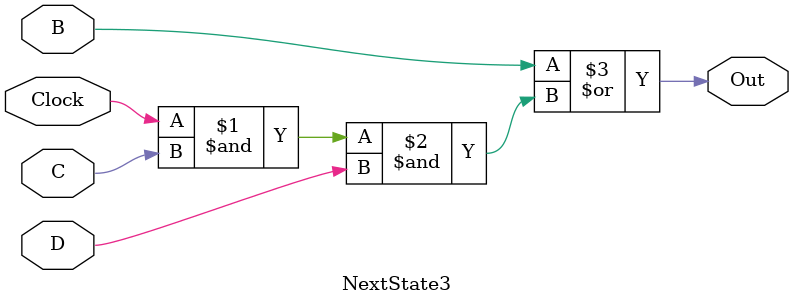
<source format=v>
module NextState3(Clock, B, C, D, Out);
	input Clock, B, C, D;
	output Out;
	
	assign Out = (B|(Clock&C&D));
endmodule

</source>
